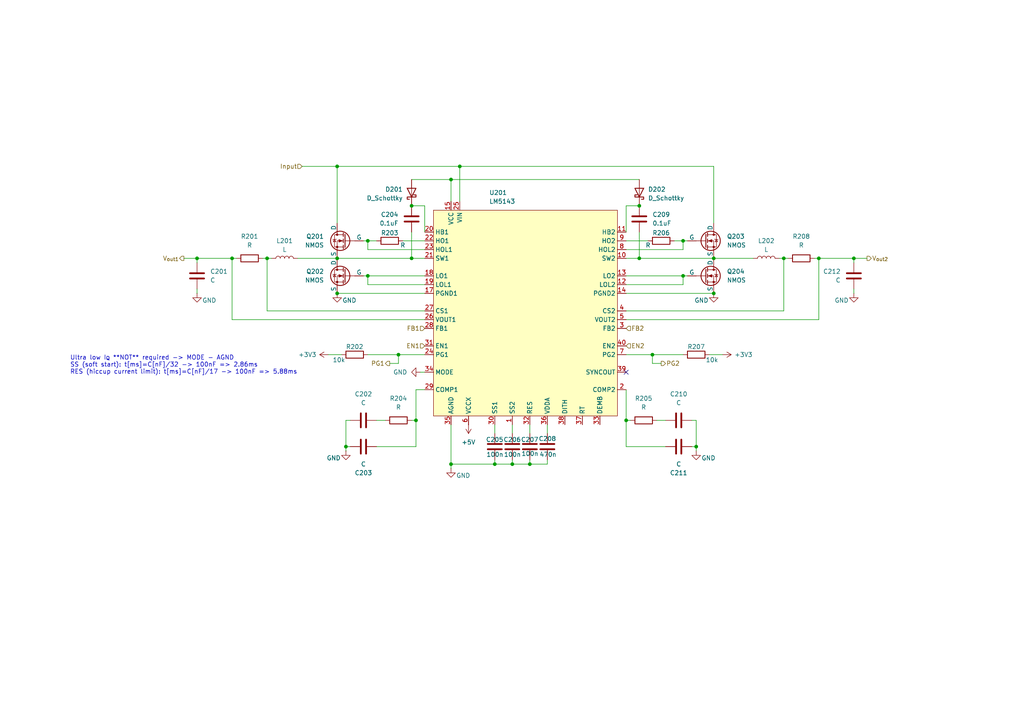
<source format=kicad_sch>
(kicad_sch (version 20231120) (generator "eeschema") (generator_version "8.0")
  (paper "A4")
  (title_block (title "Power supply - low level driver") (date "2024-06-28"))
  (lib_symbols
    (symbol "C_1" (pin_numbers hide) (pin_names (offset 0.254))
      (property "Reference" "C" (at 0.635 2.54 0))
      (property "Value" "C" (at 0.635 -2.54 0))
      (symbol "C_1_0_1"
        (polyline (pts (xy -2.032 -0.762) (xy 2.032 -0.762)) (stroke (width 0.508)))
        (polyline (pts (xy -2.032 0.762) (xy 2.032 0.762)) (stroke (width 0.508)))
      )
      (symbol "C_1_1_1"
        (pin passive line (at 0 3.81 270) (length 2.794) (name "~") (number "1"))
        (pin passive line (at 0 -3.81 90) (length 2.794) (name "~") (number "2"))
      )
    )
    (symbol "Device:C" (pin_numbers hide) (pin_names (offset 0.254))
      (property "Reference" "C" (at 0.635 2.54 0))
      (property "Value" "C" (at 0.635 -2.54 0))
      (symbol "C_0_1"
        (polyline (pts (xy -2.032 -0.762) (xy 2.032 -0.762)) (stroke (width 0.508)))
        (polyline (pts (xy -2.032 0.762) (xy 2.032 0.762)) (stroke (width 0.508)))
      )
      (symbol "C_1_1"
        (pin passive line (at 0 3.81 270) (length 2.794) (name "~") (number "1"))
        (pin passive line (at 0 -3.81 90) (length 2.794) (name "~") (number "2"))
      )
    )
    (symbol "Device:D_Schottky" (pin_numbers hide) (pin_names (offset 1.016) hide)
      (property "Reference" "D" (at 0 2.54 0))
      (property "Value" "D_Schottky" (at 0 -2.54 0))
      (symbol "D_Schottky_0_1"
        (polyline (pts (xy 1.27 0) (xy -1.27 0)))
        (polyline (pts (xy 1.27 1.27) (xy 1.27 -1.27) (xy -1.27 0) (xy 1.27 1.27)) (stroke (width 0.254)))
        (polyline (pts (xy -1.905 0.635) (xy -1.905 1.27) (xy -1.27 1.27) (xy -1.27 -1.27) (xy -0.635 -1.27) (xy -0.635 -0.635)) (stroke (width 0.254)))
      )
      (symbol "D_Schottky_1_1"
        (pin passive line (at -3.81 0 0) (length 2.54) (name "K") (number "1"))
        (pin passive line (at 3.81 0 180) (length 2.54) (name "A") (number "2"))
      )
    )
    (symbol "Device:L" (pin_numbers hide) (pin_names (offset 1.016) hide)
      (property "Reference" "L" (at -1.27 0 90))
      (property "Value" "L" (at 1.905 0 90))
      (symbol "L_0_1"
        (arc (start 0 -2.54) (mid 0.6323 -1.905) (end 0 -1.27))
        (arc (start 0 -1.27) (mid 0.6323 -0.635) (end 0 0))
        (arc (start 0 0) (mid 0.6323 0.635) (end 0 1.27))
        (arc (start 0 1.27) (mid 0.6323 1.905) (end 0 2.54))
      )
      (symbol "L_1_1"
        (pin passive line (at 0 3.81 270) (length 1.27) (name "1") (number "1"))
        (pin passive line (at 0 -3.81 90) (length 1.27) (name "2") (number "2"))
      )
    )
    (symbol "Device:R" (pin_numbers hide) (pin_names (offset 0))
      (property "Reference" "R" (at 2.032 0 90))
      (property "Value" "R" (at 0 0 90))
      (symbol "R_0_1"
        (rectangle (start -1.016 -2.54) (end 1.016 2.54) (stroke (width 0.254)))
      )
      (symbol "R_1_1"
        (pin passive line (at 0 3.81 270) (length 1.27) (name "~") (number "1"))
        (pin passive line (at 0 -3.81 90) (length 1.27) (name "~") (number "2"))
      )
    )
    (symbol "Power_source:LM5143"
      (property "Reference" "U" (at 40.386 25.908 0))
      (property "Value" "LM5143" (at 36.83 23.368 0))
      (symbol "LM5143_1_0"
        (pin input line (at 10.16 -40.64 90) (length 2.54) (name "SS2") (number "1"))
        (pin power_out line (at 43.18 7.62 180) (length 2.54) (name "SW2") (number "10"))
        (pin power_out line (at 43.18 15.24 180) (length 2.54) (name "HB2") (number "11"))
        (pin output line (at 43.18 0 180) (length 2.54) (name "LOL2") (number "12"))
        (pin output line (at 43.18 2.54 180) (length 2.54) (name "LO2") (number "13"))
        (pin passive line (at 43.18 -2.54 180) (length 2.54) (name "PGND2") (number "14"))
        (pin power_in line (at -7.62 24.13 270) (length 2.54) (name "VCC") (number "15"))
        (pin power_in line (at -7.62 24.13 270) (length 2.54) hide (name "VCC") (number "16"))
        (pin passive line (at -15.24 -2.54 0) (length 2.54) (name "PGND1") (number "17"))
        (pin output line (at -15.24 2.54 0) (length 2.54) (name "LO1") (number "18"))
        (pin output line (at -15.24 0 0) (length 2.54) (name "LOL1") (number "19"))
        (pin output line (at 43.18 -30.48 180) (length 2.54) (name "COMP2") (number "2"))
        (pin power_out line (at -15.24 15.24 0) (length 2.54) (name "HB1") (number "20"))
        (pin power_out line (at -15.24 7.62 0) (length 2.54) (name "SW1") (number "21"))
        (pin output line (at -15.24 12.7 0) (length 2.54) (name "HO1") (number "22"))
        (pin output line (at -15.24 10.16 0) (length 2.54) (name "HOL1") (number "23"))
        (pin output line (at -15.24 -20.32 0) (length 2.54) (name "PG1") (number "24"))
        (pin power_in line (at -5.08 24.13 270) (length 2.54) (name "VIN") (number "25"))
        (pin input line (at -15.24 -10.16 0) (length 2.54) (name "VOUT1") (number "26"))
        (pin input line (at -15.24 -7.62 0) (length 2.54) (name "CS1") (number "27"))
        (pin input line (at -15.24 -12.7 0) (length 2.54) (name "FB1") (number "28"))
        (pin output line (at -15.24 -30.48 0) (length 2.54) (name "COMP1") (number "29"))
        (pin input line (at 43.18 -12.7 180) (length 2.54) (name "FB2") (number "3"))
        (pin input line (at 5.08 -40.64 90) (length 2.54) (name "SS1") (number "30"))
        (pin input line (at -15.24 -17.78 0) (length 2.54) (name "EN1") (number "31"))
        (pin output line (at 15.24 -40.64 90) (length 2.54) (name "RES") (number "32"))
        (pin input line (at 35.56 -40.64 90) (length 2.54) (name "DEMB") (number "33"))
        (pin input line (at -15.24 -25.4 0) (length 2.54) (name "MODE") (number "34"))
        (pin passive line (at -7.62 -40.64 90) (length 2.54) (name "AGND") (number "35"))
        (pin output line (at 20.32 -40.64 90) (length 2.54) (name "VDDA") (number "36"))
        (pin input line (at 30.48 -40.64 90) (length 2.54) (name "RT") (number "37"))
        (pin input line (at 25.4 -40.64 90) (length 2.54) (name "DITH") (number "38"))
        (pin output line (at 43.18 -25.4 180) (length 2.54) (name "SYNCOUT") (number "39"))
        (pin input line (at 43.18 -7.62 180) (length 2.54) (name "CS2") (number "4"))
        (pin input line (at 43.18 -17.78 180) (length 2.54) (name "EN2") (number "40"))
        (pin input line (at 43.18 -10.16 180) (length 2.54) (name "VOUT2") (number "5"))
        (pin power_in line (at -2.54 -40.64 90) (length 2.54) (name "VCCX") (number "6"))
        (pin output line (at 43.18 -20.32 180) (length 2.54) (name "PG2") (number "7"))
        (pin output line (at 43.18 10.16 180) (length 2.54) (name "HOL2") (number "8"))
        (pin output line (at 43.18 12.7 180) (length 2.54) (name "HO2") (number "9"))
      )
      (symbol "LM5143_1_1"
        (rectangle (start -12.7 21.59) (end 40.64 -38.1) (fill (type background)))
      )
    )
    (symbol "Simulation_SPICE:NMOS" (pin_numbers hide) (pin_names (offset 0))
      (property "Reference" "Q" (at 5.08 1.27 0))
      (property "Value" "NMOS" (at 5.08 -1.27 0))
      (symbol "NMOS_0_1"
        (polyline (pts (xy 0.254 0) (xy -2.54 0)))
        (polyline (pts (xy 0.254 1.905) (xy 0.254 -1.905)) (stroke (width 0.254)))
        (polyline (pts (xy 0.762 -1.27) (xy 0.762 -2.286)) (stroke (width 0.254)))
        (polyline (pts (xy 0.762 0.508) (xy 0.762 -0.508)) (stroke (width 0.254)))
        (polyline (pts (xy 0.762 2.286) (xy 0.762 1.27)) (stroke (width 0.254)))
        (polyline (pts (xy 2.54 2.54) (xy 2.54 1.778)))
        (polyline (pts (xy 2.54 -2.54) (xy 2.54 0) (xy 0.762 0)))
        (polyline (pts (xy 0.762 -1.778) (xy 3.302 -1.778) (xy 3.302 1.778) (xy 0.762 1.778)))
        (polyline (pts (xy 1.016 0) (xy 2.032 0.381) (xy 2.032 -0.381) (xy 1.016 0)) (fill (type outline)))
        (polyline (pts (xy 2.794 0.508) (xy 2.921 0.381) (xy 3.683 0.381) (xy 3.81 0.254)))
        (polyline (pts (xy 3.302 0.381) (xy 2.921 -0.254) (xy 3.683 -0.254) (xy 3.302 0.381)))
        (circle (center 1.651 0) (radius 2.794) (stroke (width 0.254)))
        (circle (center 2.54 -1.778) (radius 0.254) (fill (type outline)))
        (circle (center 2.54 1.778) (radius 0.254) (fill (type outline)))
      )
      (symbol "NMOS_1_1"
        (pin passive line (at 2.54 5.08 270) (length 2.54) (name "D") (number "1"))
        (pin input line (at -5.08 0 0) (length 2.54) (name "G") (number "2"))
        (pin passive line (at 2.54 -5.08 90) (length 2.54) (name "S") (number "3"))
      )
    )
    (symbol "power:+3V3" (power) (pin_names (offset 0))
      (property "Value" "+3V3" (at 0 3.556 0))
      (symbol "+3V3_0_1"
        (polyline (pts (xy -0.762 1.27) (xy 0 2.54)))
        (polyline (pts (xy 0 0) (xy 0 2.54)))
        (polyline (pts (xy 0 2.54) (xy 0.762 1.27)))
      )
      (symbol "+3V3_1_1"
        (pin power_in line (at 0 0 90) (length 0) hide (name "+3V3") (number "1"))
      )
    )
    (symbol "power:+5V" (power) (pin_numbers hide) (pin_names (offset 0) hide)
      (property "Value" "+5V" (at 0 3.556 0))
      (symbol "+5V_0_1"
        (polyline (pts (xy -0.762 1.27) (xy 0 2.54)))
        (polyline (pts (xy 0 0) (xy 0 2.54)))
        (polyline (pts (xy 0 2.54) (xy 0.762 1.27)))
      )
      (symbol "+5V_1_1"
        (pin power_in line (at 0 0 90) (length 0) (name "~") (number "1"))
      )
    )
    (symbol "power:GND" (power) (pin_numbers hide) (pin_names (offset 0) hide)
      (property "Value" "GND" (at 0 -3.81 0))
      (symbol "GND_0_1"
        (polyline (pts (xy 0 0) (xy 0 -1.27) (xy 1.27 -1.27) (xy 0 -2.54) (xy -1.27 -1.27) (xy 0 -1.27)))
      )
      (symbol "GND_1_1"
        (pin power_in line (at 0 0 270) (length 0) (name "~") (number "1"))
      )
    )
  )
  (junction (at 119.38 74.93))
  (junction (at 237.49 74.93))
  (junction (at 148.59 134.62))
  (junction (at 100.33 129.54))
  (junction (at 115.57 102.87))
  (junction (at 97.79 85.09))
  (junction (at 106.68 80.01))
  (junction (at 181.61 121.92))
  (junction (at 77.47 74.93))
  (junction (at 185.42 74.93))
  (junction (at 153.67 134.62))
  (junction (at 201.93 129.54))
  (junction (at 207.01 85.09))
  (junction (at 189.23 102.87))
  (junction (at 207.01 74.93))
  (junction (at 57.15 74.93))
  (junction (at 97.79 48.26))
  (junction (at 130.81 134.62))
  (junction (at 130.81 52.07))
  (junction (at 133.35 48.26))
  (junction (at 227.33 74.93))
  (junction (at 97.79 74.93))
  (junction (at 119.38 59.69))
  (junction (at 198.12 80.01))
  (junction (at 67.31 74.93))
  (junction (at 185.42 59.69))
  (junction (at 198.12 69.85))
  (junction (at 143.51 134.62))
  (junction (at 247.65 74.93))
  (junction (at 106.68 69.85))
  (junction (at 120.65 121.92))
  (no_connect (at 181.61 107.95))
  (wire (pts (xy 77.47 74.93) (xy 78.74 74.93)))
  (wire (pts (xy 105.41 69.85) (xy 106.68 69.85)))
  (wire (pts (xy 207.01 85.09) (xy 181.61 85.09)))
  (wire (pts (xy 237.49 92.71) (xy 237.49 74.93)))
  (wire (pts (xy 247.65 76.2) (xy 247.65 74.93)))
  (wire (pts (xy 207.01 64.77) (xy 207.01 48.26)))
  (wire (pts (xy 86.36 74.93) (xy 97.79 74.93)))
  (wire (pts (xy 182.88 121.92) (xy 181.61 121.92)))
  (wire (pts (xy 130.81 134.62) (xy 130.81 135.89)))
  (wire (pts (xy 153.67 123.19) (xy 153.67 125.73)))
  (wire (pts (xy 207.01 74.93) (xy 185.42 74.93)))
  (wire (pts (xy 198.12 72.39) (xy 198.12 69.85)))
  (wire (pts (xy 158.75 133.35) (xy 158.75 134.62)))
  (wire (pts (xy 53.34 74.93) (xy 57.15 74.93)))
  (wire (pts (xy 133.35 48.26) (xy 207.01 48.26)))
  (wire (pts (xy 100.33 121.92) (xy 101.6 121.92)))
  (wire (pts (xy 97.79 64.77) (xy 97.79 48.26)))
  (wire (pts (xy 227.33 90.17) (xy 227.33 74.93)))
  (wire (pts (xy 57.15 74.93) (xy 67.31 74.93)))
  (wire (pts (xy 143.51 123.19) (xy 143.51 125.73)))
  (wire (pts (xy 119.38 52.07) (xy 130.81 52.07)))
  (wire (pts (xy 119.38 74.93) (xy 123.19 74.93)))
  (wire (pts (xy 106.68 69.85) (xy 109.22 69.85)))
  (wire (pts (xy 77.47 90.17) (xy 77.47 74.93)))
  (wire (pts (xy 193.04 129.54) (xy 181.61 129.54)))
  (wire (pts (xy 185.42 74.93) (xy 181.61 74.93)))
  (wire (pts (xy 77.47 90.17) (xy 123.19 90.17)))
  (wire (pts (xy 106.68 72.39) (xy 106.68 69.85)))
  (wire (pts (xy 236.22 74.93) (xy 237.49 74.93)))
  (wire (pts (xy 120.65 129.54) (xy 120.65 121.92)))
  (wire (pts (xy 109.22 129.54) (xy 120.65 129.54)))
  (wire (pts (xy 106.68 82.55) (xy 106.68 80.01)))
  (wire (pts (xy 198.12 82.55) (xy 181.61 82.55)))
  (wire (pts (xy 87.63 48.26) (xy 97.79 48.26)))
  (wire (pts (xy 143.51 134.62) (xy 130.81 134.62)))
  (wire (pts (xy 115.57 105.41) (xy 115.57 102.87)))
  (wire (pts (xy 218.44 74.93) (xy 207.01 74.93)))
  (wire (pts (xy 205.74 102.87) (xy 209.55 102.87)))
  (wire (pts (xy 115.57 102.87) (xy 106.68 102.87)))
  (wire (pts (xy 153.67 134.62) (xy 148.59 134.62)))
  (wire (pts (xy 153.67 133.35) (xy 153.67 134.62)))
  (wire (pts (xy 100.33 129.54) (xy 101.6 129.54)))
  (wire (pts (xy 130.81 58.42) (xy 130.81 52.07)))
  (wire (pts (xy 247.65 83.82) (xy 247.65 85.09)))
  (wire (pts (xy 109.22 121.92) (xy 111.76 121.92)))
  (wire (pts (xy 68.58 74.93) (xy 67.31 74.93)))
  (wire (pts (xy 201.93 129.54) (xy 200.66 129.54)))
  (wire (pts (xy 119.38 59.69) (xy 123.19 59.69)))
  (wire (pts (xy 189.23 102.87) (xy 198.12 102.87)))
  (wire (pts (xy 201.93 129.54) (xy 201.93 130.81)))
  (wire (pts (xy 133.35 58.42) (xy 133.35 48.26)))
  (wire (pts (xy 119.38 121.92) (xy 120.65 121.92)))
  (wire (pts (xy 143.51 133.35) (xy 143.51 134.62)))
  (wire (pts (xy 189.23 105.41) (xy 189.23 102.87)))
  (wire (pts (xy 113.03 105.41) (xy 115.57 105.41)))
  (wire (pts (xy 228.6 74.93) (xy 227.33 74.93)))
  (wire (pts (xy 97.79 48.26) (xy 133.35 48.26)))
  (wire (pts (xy 181.61 129.54) (xy 181.61 121.92)))
  (wire (pts (xy 106.68 80.01) (xy 123.19 80.01)))
  (wire (pts (xy 181.61 59.69) (xy 181.61 67.31)))
  (wire (pts (xy 198.12 72.39) (xy 181.61 72.39)))
  (wire (pts (xy 76.2 74.93) (xy 77.47 74.93)))
  (wire (pts (xy 193.04 121.92) (xy 190.5 121.92)))
  (wire (pts (xy 199.39 80.01) (xy 198.12 80.01)))
  (wire (pts (xy 185.42 67.31) (xy 185.42 74.93)))
  (wire (pts (xy 123.19 67.31) (xy 123.19 59.69)))
  (wire (pts (xy 67.31 92.71) (xy 123.19 92.71)))
  (wire (pts (xy 247.65 74.93) (xy 251.46 74.93)))
  (wire (pts (xy 148.59 134.62) (xy 143.51 134.62)))
  (wire (pts (xy 130.81 123.19) (xy 130.81 134.62)))
  (wire (pts (xy 119.38 67.31) (xy 119.38 74.93)))
  (wire (pts (xy 99.06 102.87) (xy 95.25 102.87)))
  (wire (pts (xy 106.68 72.39) (xy 123.19 72.39)))
  (wire (pts (xy 198.12 69.85) (xy 195.58 69.85)))
  (wire (pts (xy 130.81 52.07) (xy 185.42 52.07)))
  (wire (pts (xy 120.65 113.03) (xy 123.19 113.03)))
  (wire (pts (xy 123.19 102.87) (xy 115.57 102.87)))
  (wire (pts (xy 106.68 82.55) (xy 123.19 82.55)))
  (wire (pts (xy 100.33 129.54) (xy 100.33 130.81)))
  (wire (pts (xy 227.33 90.17) (xy 181.61 90.17)))
  (wire (pts (xy 185.42 59.69) (xy 181.61 59.69)))
  (wire (pts (xy 120.65 121.92) (xy 120.65 113.03)))
  (wire (pts (xy 247.65 74.93) (xy 237.49 74.93)))
  (wire (pts (xy 97.79 85.09) (xy 123.19 85.09)))
  (wire (pts (xy 121.92 107.95) (xy 123.19 107.95)))
  (wire (pts (xy 116.84 69.85) (xy 123.19 69.85)))
  (wire (pts (xy 67.31 92.71) (xy 67.31 74.93)))
  (wire (pts (xy 148.59 123.19) (xy 148.59 125.73)))
  (wire (pts (xy 148.59 133.35) (xy 148.59 134.62)))
  (wire (pts (xy 57.15 83.82) (xy 57.15 85.09)))
  (wire (pts (xy 191.77 105.41) (xy 189.23 105.41)))
  (wire (pts (xy 227.33 74.93) (xy 226.06 74.93)))
  (wire (pts (xy 105.41 80.01) (xy 106.68 80.01)))
  (wire (pts (xy 201.93 121.92) (xy 200.66 121.92)))
  (wire (pts (xy 198.12 82.55) (xy 198.12 80.01)))
  (wire (pts (xy 198.12 80.01) (xy 181.61 80.01)))
  (wire (pts (xy 201.93 121.92) (xy 201.93 129.54)))
  (wire (pts (xy 181.61 121.92) (xy 181.61 113.03)))
  (wire (pts (xy 187.96 69.85) (xy 181.61 69.85)))
  (wire (pts (xy 97.79 74.93) (xy 119.38 74.93)))
  (wire (pts (xy 57.15 76.2) (xy 57.15 74.93)))
  (wire (pts (xy 158.75 134.62) (xy 153.67 134.62)))
  (wire (pts (xy 158.75 123.19) (xy 158.75 125.73)))
  (wire (pts (xy 237.49 92.71) (xy 181.61 92.71)))
  (wire (pts (xy 181.61 102.87) (xy 189.23 102.87)))
  (wire (pts (xy 199.39 69.85) (xy 198.12 69.85)))
  (wire (pts (xy 100.33 121.92) (xy 100.33 129.54)))
  (text "Ultra low I_{Q} **NOT** required -> MODE - AGND\nSS (soft start): t[ms]=C[nF]/32 -> 100nF => 2.86ms\nRES (hiccup current limit): t[ms]=C[nF]/17 -> 100nF => 5.88ms" (exclude_from_sim yes) (at 20.32 105.918 0) (effects (font (size 1.27 1.27)) (justify left)))
  (hierarchical_label "EN1" (shape input) (at 123.19 100.33 180))
  (hierarchical_label "FB1" (shape input) (at 123.19 95.25 180))
  (hierarchical_label "PG2" (shape output) (at 191.77 105.41 0))
  (hierarchical_label "EN2" (shape input) (at 181.61 100.33 0))
  (hierarchical_label "V_{out1}" (shape output) (at 53.34 74.93 180))
  (hierarchical_label "V_{out2}" (shape output) (at 251.46 74.93 0))
  (hierarchical_label "PG1" (shape output) (at 113.03 105.41 180))
  (hierarchical_label "FB2" (shape input) (at 181.61 95.25 0))
  (hierarchical_label "Input" (shape input) (at 87.63 48.26 180))
  (symbol (lib_id "Device:R") (at 232.41 74.93 270) (mirror x) (unit 1)
    (property "Reference" "R208" (at 232.41 68.58 90))
    (property "Value" "R" (at 232.41 71.12 90))
    (property "Description" "Resistor" (effects (hide yes)))
  )
  (symbol (lib_id "Device:D_Schottky") (at 119.38 55.88 90) (unit 1)
    (property "Reference" "D201" (at 116.84 54.9274 90) (effects (justify left)))
    (property "Value" "D_Schottky" (at 116.84 57.4674 90) (effects (justify left)))
    (property "Description" "Schottky diode" (effects (hide yes)))
  )
  (symbol (lib_id "Device:D_Schottky") (at 185.42 55.88 270) (mirror x) (unit 1)
    (property "Reference" "D202" (at 187.96 54.9274 90) (effects (justify left)))
    (property "Value" "D_Schottky" (at 187.96 57.4674 90) (effects (justify left)))
    (property "Description" "Schottky diode" (effects (hide yes)))
  )
  (symbol (lib_id "power:GND") (at 57.15 85.09 0) (unit 1)
    (property "Reference" "#PWR0201" (effects (hide yes)))
    (property "Value" "GND" (at 60.706 87.122 0))
    (property "Description" "Power symbol creates a global label with name \"GND\" , ground" (effects (hide yes)))
  )
  (symbol (lib_id "Device:C") (at 158.75 129.54 180) (unit 1)
    (property "Reference" "C208" (at 156.21 127.254 0) (effects (justify right)))
    (property "Value" "470n" (at 156.464 131.826 0) (effects (justify right)))
    (property "Description" "Unpolarized capacitor" (effects (hide yes)))
  )
  (symbol (lib_id "power:+5V") (at 135.89 123.19 180) (unit 1)
    (property "Reference" "#PWR0207" (effects (hide yes)))
    (property "Value" "+5V" (at 135.89 128.27 0))
    (property "Description" "Power symbol creates a global label with name \"+5V\"" (effects (hide yes)))
  )
  (symbol (lib_id "power:GND") (at 97.79 85.09 0) (unit 1)
    (property "Reference" "#PWR0203" (effects (hide yes)))
    (property "Value" "GND" (at 101.346 87.122 0))
    (property "Description" "Power symbol creates a global label with name \"GND\" , ground" (effects (hide yes)))
  )
  (symbol (lib_id "power:GND") (at 100.33 130.81 0) (mirror y) (unit 1)
    (property "Reference" "#PWR0204" (effects (hide yes)))
    (property "Value" "GND" (at 96.774 132.842 0))
    (property "Description" "Power symbol creates a global label with name \"GND\" , ground" (effects (hide yes)))
  )
  (symbol (lib_id "Device:R") (at 191.77 69.85 270) (mirror x) (unit 1)
    (property "Reference" "R206" (at 191.77 67.564 90))
    (property "Value" "R" (at 187.96 71.12 90))
    (property "Description" "Resistor" (effects (hide yes)))
  )
  (symbol (lib_id "Simulation_SPICE:NMOS") (at 100.33 80.01 0) (mirror y) (unit 1)
    (property "Reference" "Q202" (at 93.98 78.7399 0) (effects (justify left)))
    (property "Value" "NMOS" (at 93.98 81.2799 0) (effects (justify left)))
    (property "Datasheet" "https://ngspice.sourceforge.io/docs/ngspice-html-manual/manual.xhtml#cha_MOSFETs" (effects (hide yes)))
    (property "Description" "N-MOSFET transistor, drain/source/gate" (effects (hide yes)))
    (property "Sim.Device" "NMOS" (effects (hide yes)))
    (property "Sim.Type" "VDMOS" (effects (hide yes)))
    (property "Sim.Pins" "1=D 2=G 3=S" (effects (hide yes)))
  )
  (symbol (lib_id "Device:R") (at 102.87 102.87 270) (mirror x) (unit 1)
    (property "Reference" "R202" (at 102.87 100.584 90))
    (property "Value" "10k" (at 98.298 104.394 90))
  )
  (symbol (lib_id "Device:C") (at 196.85 121.92 270) (mirror x) (unit 1)
    (property "Reference" "C210" (at 196.85 114.3 90))
    (property "Value" "C" (at 196.85 116.84 90))
    (property "Description" "Unpolarized capacitor" (effects (hide yes)))
  )
  (symbol (lib_id "Device:L") (at 222.25 74.93 270) (mirror x) (unit 1)
    (property "Reference" "L202" (at 222.25 69.85 90))
    (property "Value" "L" (at 222.25 72.39 90))
    (property "Description" "Inductor" (effects (hide yes)))
  )
  (symbol (lib_id "Device:R") (at 113.03 69.85 90) (unit 1)
    (property "Reference" "R203" (at 113.03 67.564 90))
    (property "Value" "R" (at 116.84 71.12 90))
    (property "Description" "Resistor" (effects (hide yes)))
  )
  (symbol (lib_id "Device:C") (at 185.42 63.5 0) (unit 1)
    (property "Reference" "C209" (at 189.23 62.2299 0) (effects (justify left)))
    (property "Value" "0.1uF" (at 189.23 64.7699 0) (effects (justify left)))
    (property "Description" "Unpolarized capacitor" (effects (hide yes)))
  )
  (symbol (lib_id "Device:C") (at 57.15 80.01 0) (unit 1)
    (property "Reference" "C201" (at 60.96 78.7399 0) (effects (justify left)))
    (property "Value" "C" (at 60.96 81.2799 0) (effects (justify left)))
    (property "Description" "Unpolarized capacitor" (effects (hide yes)))
  )
  (symbol (lib_name "C_1") (lib_id "Device:C") (at 148.59 129.54 0) (mirror y) (unit 1)
    (property "Reference" "C206" (at 151.13 127.508 0) (effects (justify left)))
    (property "Value" "100n" (at 151.13 131.826 0) (effects (justify left)))
  )
  (symbol (lib_name "C_1") (lib_id "Device:C") (at 143.51 129.54 0) (mirror y) (unit 1)
    (property "Reference" "C205" (at 146.05 127.508 0) (effects (justify left)))
    (property "Value" "100n" (at 146.05 131.826 0) (effects (justify left)))
  )
  (symbol (lib_name "C_1") (lib_id "Device:C") (at 153.67 129.54 0) (mirror y) (unit 1)
    (property "Reference" "C207" (at 156.21 127.508 0) (effects (justify left)))
    (property "Value" "100n" (at 156.21 131.572 0) (effects (justify left)))
  )
  (symbol (lib_id "Simulation_SPICE:NMOS") (at 204.47 69.85 0) (unit 1)
    (property "Reference" "Q203" (at 210.82 68.5799 0) (effects (justify left)))
    (property "Value" "NMOS" (at 210.82 71.1199 0) (effects (justify left)))
    (property "Datasheet" "https://ngspice.sourceforge.io/docs/ngspice-html-manual/manual.xhtml#cha_MOSFETs" (effects (hide yes)))
    (property "Description" "N-MOSFET transistor, drain/source/gate" (effects (hide yes)))
    (property "Sim.Device" "NMOS" (effects (hide yes)))
    (property "Sim.Type" "VDMOS" (effects (hide yes)))
    (property "Sim.Pins" "1=D 2=G 3=S" (effects (hide yes)))
  )
  (symbol (lib_id "Device:L") (at 82.55 74.93 90) (unit 1)
    (property "Reference" "L201" (at 82.55 69.85 90))
    (property "Value" "L" (at 82.55 72.39 90))
    (property "Description" "Inductor" (effects (hide yes)))
  )
  (symbol (lib_id "Power_source:LM5143") (at 138.43 82.55 0) (unit 1)
    (property "Reference" "U201" (at 141.8941 55.88 0) (effects (justify left)))
    (property "Value" "LM5143" (at 141.8941 58.42 0) (effects (justify left)))
    (property "Footprint" "Lab_source:Texas_RHA0040P_VQFN-40-1EP_6x6mm_P0.5mm_EP4.15x4.15mm_ThermalVias" (effects (hide yes)))
    (property "Datasheet" "https://www.ti.com/lit/ds/symlink/lm5143.pdf?ts=1717828491710&ref_url=https%253A%252F%252Fwww.ti.com%252Fproduct%252FLM5143" (effects (hide yes)))
  )
  (symbol (lib_id "power:+3V3") (at 95.25 102.87 90) (unit 1)
    (property "Reference" "#PWR0202" (effects (hide yes)))
    (property "Value" "+3V3" (at 89.154 102.87 90))
  )
  (symbol (lib_id "Device:C") (at 105.41 121.92 90) (unit 1)
    (property "Reference" "C202" (at 105.41 114.3 90))
    (property "Value" "C" (at 105.41 116.84 90))
    (property "Description" "Unpolarized capacitor" (effects (hide yes)))
  )
  (symbol (lib_id "Device:C") (at 247.65 80.01 0) (mirror y) (unit 1)
    (property "Reference" "C212" (at 243.84 78.7399 0) (effects (justify left)))
    (property "Value" "C" (at 243.84 81.2799 0) (effects (justify left)))
    (property "Description" "Unpolarized capacitor" (effects (hide yes)))
  )
  (symbol (lib_id "power:GND") (at 130.81 135.89 0) (unit 1)
    (property "Reference" "#PWR0206" (effects (hide yes)))
    (property "Value" "GND" (at 134.366 137.922 0))
    (property "Description" "Power symbol creates a global label with name \"GND\" , ground" (effects (hide yes)))
  )
  (symbol (lib_id "power:GND") (at 247.65 85.09 0) (mirror y) (unit 1)
    (property "Reference" "#PWR0211" (effects (hide yes)))
    (property "Value" "GND" (at 244.094 87.122 0))
    (property "Description" "Power symbol creates a global label with name \"GND\" , ground" (effects (hide yes)))
  )
  (symbol (lib_id "power:GND") (at 201.93 130.81 0) (unit 1)
    (property "Reference" "#PWR0208" (effects (hide yes)))
    (property "Value" "GND" (at 205.486 132.842 0))
    (property "Description" "Power symbol creates a global label with name \"GND\" , ground" (effects (hide yes)))
  )
  (symbol (lib_id "power:+3V3") (at 209.55 102.87 270) (mirror x) (unit 1)
    (property "Reference" "#PWR0210" (effects (hide yes)))
    (property "Value" "+3V3" (at 215.646 102.87 90))
  )
  (symbol (lib_id "power:GND") (at 207.01 85.09 0) (mirror y) (unit 1)
    (property "Reference" "#PWR0209" (effects (hide yes)))
    (property "Value" "GND" (at 203.454 87.122 0))
    (property "Description" "Power symbol creates a global label with name \"GND\" , ground" (effects (hide yes)))
  )
  (symbol (lib_id "power:GND") (at 121.92 107.95 270) (unit 1)
    (property "Reference" "#PWR0205" (effects (hide yes)))
    (property "Value" "GND" (at 116.078 107.95 90))
    (property "Description" "Power symbol creates a global label with name \"GND\" , ground" (effects (hide yes)))
  )
  (symbol (lib_id "Device:R") (at 201.93 102.87 90) (unit 1)
    (property "Reference" "R207" (at 201.93 100.584 90))
    (property "Value" "10k" (at 206.502 104.394 90))
  )
  (symbol (lib_id "Device:R") (at 186.69 121.92 270) (mirror x) (unit 1)
    (property "Reference" "R205" (at 186.69 115.57 90))
    (property "Value" "R" (at 186.69 118.11 90))
    (property "Description" "Resistor" (effects (hide yes)))
  )
  (symbol (lib_id "Device:C") (at 119.38 63.5 0) (mirror y) (unit 1)
    (property "Reference" "C204" (at 115.57 62.2299 0) (effects (justify left)))
    (property "Value" "0.1uF" (at 115.57 64.7699 0) (effects (justify left)))
    (property "Description" "Unpolarized capacitor" (effects (hide yes)))
  )
  (symbol (lib_id "Simulation_SPICE:NMOS") (at 204.47 80.01 0) (unit 1)
    (property "Reference" "Q204" (at 210.82 78.7399 0) (effects (justify left)))
    (property "Value" "NMOS" (at 210.82 81.2799 0) (effects (justify left)))
    (property "Datasheet" "https://ngspice.sourceforge.io/docs/ngspice-html-manual/manual.xhtml#cha_MOSFETs" (effects (hide yes)))
    (property "Description" "N-MOSFET transistor, drain/source/gate" (effects (hide yes)))
    (property "Sim.Device" "NMOS" (effects (hide yes)))
    (property "Sim.Type" "VDMOS" (effects (hide yes)))
    (property "Sim.Pins" "1=D 2=G 3=S" (effects (hide yes)))
  )
  (symbol (lib_id "Device:R") (at 115.57 121.92 90) (unit 1)
    (property "Reference" "R204" (at 115.57 115.57 90))
    (property "Value" "R" (at 115.57 118.11 90))
    (property "Description" "Resistor" (effects (hide yes)))
  )
  (symbol (lib_id "Simulation_SPICE:NMOS") (at 100.33 69.85 0) (mirror y) (unit 1)
    (property "Reference" "Q201" (at 93.98 68.5799 0) (effects (justify left)))
    (property "Value" "NMOS" (at 93.98 71.1199 0) (effects (justify left)))
    (property "Datasheet" "https://ngspice.sourceforge.io/docs/ngspice-html-manual/manual.xhtml#cha_MOSFETs" (effects (hide yes)))
    (property "Description" "N-MOSFET transistor, drain/source/gate" (effects (hide yes)))
    (property "Sim.Device" "NMOS" (effects (hide yes)))
    (property "Sim.Type" "VDMOS" (effects (hide yes)))
    (property "Sim.Pins" "1=D 2=G 3=S" (effects (hide yes)))
  )
  (symbol (lib_id "Device:C") (at 105.41 129.54 90) (mirror x) (unit 1)
    (property "Reference" "C203" (at 105.41 137.16 90))
    (property "Value" "C" (at 105.41 134.62 90))
    (property "Description" "Unpolarized capacitor" (effects (hide yes)))
  )
  (symbol (lib_id "Device:R") (at 72.39 74.93 90) (unit 1)
    (property "Reference" "R201" (at 72.39 68.58 90))
    (property "Value" "R" (at 72.39 71.12 90))
    (property "Description" "Resistor" (effects (hide yes)))
  )
  (symbol (lib_id "Device:C") (at 196.85 129.54 270) (unit 1)
    (property "Reference" "C211" (at 196.85 137.16 90))
    (property "Value" "C" (at 196.85 134.62 90))
    (property "Description" "Unpolarized capacitor" (effects (hide yes)))
  )
)
</source>
